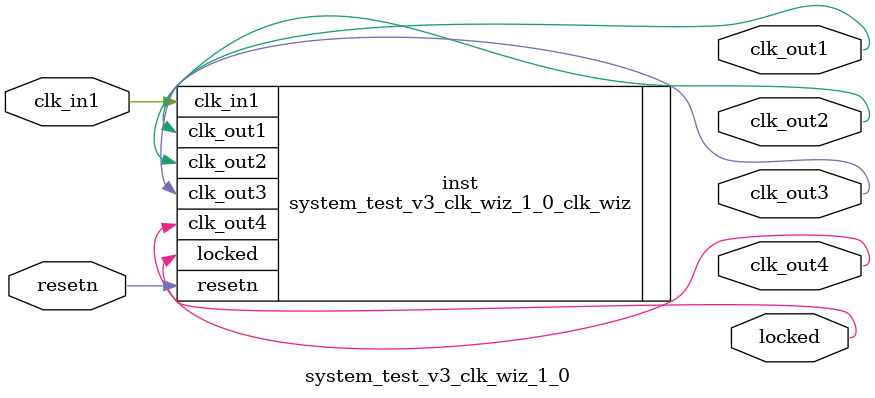
<source format=v>


`timescale 1ps/1ps

(* CORE_GENERATION_INFO = "system_test_v3_clk_wiz_1_0,clk_wiz_v6_0_10_0_0,{component_name=system_test_v3_clk_wiz_1_0,use_phase_alignment=true,use_min_o_jitter=false,use_max_i_jitter=false,use_dyn_phase_shift=false,use_inclk_switchover=false,use_dyn_reconfig=false,enable_axi=0,feedback_source=FDBK_AUTO,PRIMITIVE=MMCM,num_out_clk=4,clkin1_period=8.000,clkin2_period=10.000,use_power_down=false,use_reset=true,use_locked=true,use_inclk_stopped=false,feedback_type=SINGLE,CLOCK_MGR_TYPE=NA,manual_override=false}" *)

module system_test_v3_clk_wiz_1_0 
 (
  // Clock out ports
  output        clk_out1,
  output        clk_out2,
  output        clk_out3,
  output        clk_out4,
  // Status and control signals
  input         resetn,
  output        locked,
 // Clock in ports
  input         clk_in1
 );

  system_test_v3_clk_wiz_1_0_clk_wiz inst
  (
  // Clock out ports  
  .clk_out1(clk_out1),
  .clk_out2(clk_out2),
  .clk_out3(clk_out3),
  .clk_out4(clk_out4),
  // Status and control signals               
  .resetn(resetn), 
  .locked(locked),
 // Clock in ports
  .clk_in1(clk_in1)
  );

endmodule

</source>
